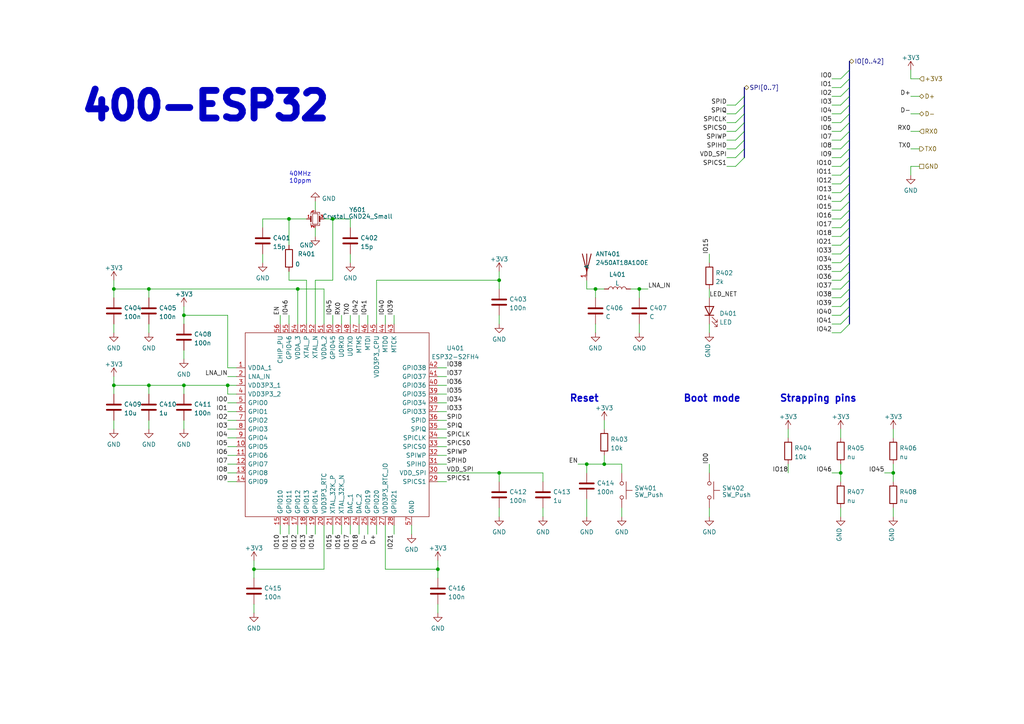
<source format=kicad_sch>
(kicad_sch (version 20230121) (generator eeschema)
  (paper "A4")
  (title_block (title "PSoM - ESP S3") (date "2023-04-17") (rev "HW00") (company "PumaCorp") (comment 1 "Design by: NdG"))
  (lib_symbols
    (symbol "Component lib:2450AT18A100E" (pin_names (offset 0.762))
      (property "Reference" "ANT" (at 6.35 10.16 0))
      (property "Value" "2450AT18A100E" (at 6.35 7.62 0))
      (symbol "2450AT18A100E_0_1"
        (polyline (pts (xy 0 7.62) (xy 0 1.27)) (stroke (width 0.254)))
        (polyline (pts (xy 1.27 7.62) (xy 0 2.54) (xy -1.27 7.62)) (stroke (width 0.254)))
      )
      (symbol "2450AT18A100E_1_1"
        (pin input line (at 0 0 90) (length 2.54) (name "A") (number "1"))
      )
    )
    (symbol "Component lib:C" (pin_numbers hide) (pin_names (offset 0.254))
      (property "Reference" "C" (at 0.635 -1.27 0))
      (property "Value" "C" (at 0.635 -6.35 0))
      (symbol "C_0_1"
        (polyline (pts (xy -2.032 -4.572) (xy 2.032 -4.572)) (stroke (width 0.508)))
        (polyline (pts (xy -2.032 -3.048) (xy 2.032 -3.048)) (stroke (width 0.508)))
      )
      (symbol "C_1_1"
        (pin passive line (at 0 0 270) (length 2.794) (name "~") (number "1"))
        (pin passive line (at 0 -7.62 90) (length 2.794) (name "~") (number "2"))
      )
    )
    (symbol "Component lib:L" (pin_numbers hide) (pin_names (offset 1.016) hide)
      (property "Reference" "L" (at 3.81 -1.27 0))
      (property "Value" "L" (at 3.81 1.905 0))
      (symbol "L_0_1"
        (arc (start 2.54 0) (mid 1.905 0.6323) (end 1.27 0))
        (arc (start 3.81 0) (mid 3.175 0.6323) (end 2.54 0))
        (arc (start 5.08 0) (mid 4.445 0.6323) (end 3.81 0))
        (arc (start 6.35 0) (mid 5.715 0.6323) (end 5.08 0))
      )
      (symbol "L_1_1"
        (pin passive line (at 0 0 0) (length 1.27) (name "1") (number "1"))
        (pin passive line (at 7.62 0 180) (length 1.27) (name "2") (number "2"))
      )
    )
    (symbol "Component lib:LED" (pin_numbers hide) (pin_names (offset 1.016) hide)
      (property "Reference" "D" (at 3.81 2.54 0))
      (property "Value" "LED" (at 3.81 -2.54 0))
      (symbol "LED_0_1"
        (polyline (pts (xy 2.54 -1.27) (xy 2.54 1.27)) (stroke (width 0.254)))
        (polyline (pts (xy 2.54 0) (xy 5.08 0)))
        (polyline (pts (xy 5.08 -1.27) (xy 5.08 1.27) (xy 2.54 0) (xy 5.08 -1.27)) (stroke (width 0.254)))
        (polyline (pts (xy 0.762 -0.762) (xy -0.762 -2.286) (xy 0 -2.286) (xy -0.762 -2.286) (xy -0.762 -1.524)))
        (polyline (pts (xy 2.032 -0.762) (xy 0.508 -2.286) (xy 1.27 -2.286) (xy 0.508 -2.286) (xy 0.508 -1.524)))
      )
      (symbol "LED_1_1"
        (pin passive line (at 0 0 0) (length 2.54) (name "K") (number "1"))
        (pin passive line (at 7.62 0 180) (length 2.54) (name "A") (number "2"))
      )
    )
    (symbol "Component lib:R" (pin_numbers hide) (pin_names (offset 0))
      (property "Reference" "R" (at 2.032 -3.81 90))
      (property "Value" "R" (at 0 -3.81 90))
      (symbol "R_0_1"
        (rectangle (start -1.016 -6.35) (end 1.016 -1.27) (stroke (width 0.254)))
      )
      (symbol "R_1_1"
        (pin passive line (at 0 0 270) (length 1.27) (name "~") (number "1"))
        (pin passive line (at 0 -7.62 90) (length 1.27) (name "~") (number "2"))
      )
    )
    (symbol "Component_lib:ESP32-S2FH4" (pin_names (offset 0.762))
      (property "Reference" "U" (at 22.86 -12.7 0))
      (property "Value" "ESP32-S2FH4" (at 22.86 -15.24 0))
      (symbol "ESP32-S2FH4_0_0"
        (pin passive line (at 0 0 0) (length 2.54) (name "VDDA_1") (number "1"))
        (pin passive line (at 0 -22.86 0) (length 2.54) (name "GPIO5") (number "10"))
        (pin passive line (at 0 -25.4 0) (length 2.54) (name "GPIO6") (number "11"))
        (pin passive line (at 0 -27.94 0) (length 2.54) (name "GPIO7") (number "12"))
        (pin passive line (at 0 -30.48 0) (length 2.54) (name "GPIO8") (number "13"))
        (pin passive line (at 0 -33.02 0) (length 2.54) (name "GPIO9") (number "14"))
        (pin passive line (at 12.7 -45.72 90) (length 2.54) (name "GPIO10") (number "15"))
        (pin passive line (at 15.24 -45.72 90) (length 2.54) (name "GPIO11") (number "16"))
        (pin passive line (at 17.78 -45.72 90) (length 2.54) (name "GPIO12") (number "17"))
        (pin passive line (at 20.32 -45.72 90) (length 2.54) (name "GPIO13") (number "18"))
        (pin passive line (at 22.86 -45.72 90) (length 2.54) (name "GPIO14") (number "19"))
        (pin passive line (at 0 -2.54 0) (length 2.54) (name "LNA_IN") (number "2"))
        (pin passive line (at 25.4 -45.72 90) (length 2.54) (name "VDD3P3_RTC") (number "20"))
        (pin passive line (at 27.94 -45.72 90) (length 2.54) (name "XTAL_32K_P") (number "21"))
        (pin passive line (at 30.48 -45.72 90) (length 2.54) (name "XTAL_32K_N") (number "22"))
        (pin passive line (at 33.02 -45.72 90) (length 2.54) (name "DAC_1") (number "23"))
        (pin passive line (at 35.56 -45.72 90) (length 2.54) (name "DAC_2") (number "24"))
        (pin passive line (at 38.1 -45.72 90) (length 2.54) (name "GPIO19") (number "25"))
        (pin passive line (at 40.64 -45.72 90) (length 2.54) (name "GPIO20") (number "26"))
        (pin passive line (at 43.18 -45.72 90) (length 2.54) (name "VDD3P3_RTC_IO") (number "27"))
        (pin passive line (at 45.72 -45.72 90) (length 2.54) (name "GPIO21") (number "28"))
        (pin passive line (at 58.42 -33.02 180) (length 2.54) (name "SPICS1") (number "29"))
        (pin passive line (at 0 -5.08 0) (length 2.54) (name "VDD3P3_1") (number "3"))
        (pin passive line (at 58.42 -30.48 180) (length 2.54) (name "VDD_SPI") (number "30"))
        (pin passive line (at 58.42 -27.94 180) (length 2.54) (name "SPIHD") (number "31"))
        (pin passive line (at 58.42 -25.4 180) (length 2.54) (name "SPIWP") (number "32"))
        (pin passive line (at 58.42 -22.86 180) (length 2.54) (name "SPICS0") (number "33"))
        (pin passive line (at 58.42 -20.32 180) (length 2.54) (name "SPICLK") (number "34"))
        (pin passive line (at 58.42 -17.78 180) (length 2.54) (name "SPIQ") (number "35"))
        (pin passive line (at 58.42 -15.24 180) (length 2.54) (name "SPID") (number "36"))
        (pin passive line (at 58.42 -12.7 180) (length 2.54) (name "GPIO33") (number "37"))
        (pin passive line (at 58.42 -10.16 180) (length 2.54) (name "GPIO34") (number "38"))
        (pin passive line (at 58.42 -7.62 180) (length 2.54) (name "GPIO35") (number "39"))
        (pin passive line (at 0 -7.62 0) (length 2.54) (name "VDD3P3_2") (number "4"))
        (pin passive line (at 58.42 -5.08 180) (length 2.54) (name "GPIO36") (number "40"))
        (pin passive line (at 58.42 -2.54 180) (length 2.54) (name "GPIO37") (number "41"))
        (pin passive line (at 58.42 0 180) (length 2.54) (name "GPIO38") (number "42"))
        (pin passive line (at 45.72 12.7 270) (length 2.54) (name "MTCK") (number "43"))
        (pin passive line (at 43.18 12.7 270) (length 2.54) (name "MTD0") (number "44"))
        (pin passive line (at 40.64 12.7 270) (length 2.54) (name "VDD3P3_CPU") (number "45"))
        (pin passive line (at 38.1 12.7 270) (length 2.54) (name "MTDI") (number "46"))
        (pin passive line (at 35.56 12.7 270) (length 2.54) (name "MTMS") (number "47"))
        (pin passive line (at 33.02 12.7 270) (length 2.54) (name "U0TXD") (number "48"))
        (pin passive line (at 30.48 12.7 270) (length 2.54) (name "U0RXD") (number "49"))
        (pin passive line (at 0 -10.16 0) (length 2.54) (name "GPIO0") (number "5"))
        (pin passive line (at 27.94 12.7 270) (length 2.54) (name "GPIO45") (number "50"))
        (pin passive line (at 25.4 12.7 270) (length 2.54) (name "VDDA_2") (number "51"))
        (pin passive line (at 22.86 12.7 270) (length 2.54) (name "XTAL_N") (number "52"))
        (pin passive line (at 20.32 12.7 270) (length 2.54) (name "XTAL_P") (number "53"))
        (pin passive line (at 17.78 12.7 270) (length 2.54) (name "VDDA_3") (number "54"))
        (pin passive line (at 15.24 12.7 270) (length 2.54) (name "GPIO46") (number "55"))
        (pin passive line (at 12.7 12.7 270) (length 2.54) (name "CHIP_PU") (number "56"))
        (pin passive line (at 50.8 -45.72 90) (length 2.54) (name "GND") (number "57"))
        (pin passive line (at 0 -12.7 0) (length 2.54) (name "GPIO1") (number "6"))
        (pin passive line (at 0 -15.24 0) (length 2.54) (name "GPIO2") (number "7"))
        (pin passive line (at 0 -17.78 0) (length 2.54) (name "GPIO3") (number "8"))
        (pin passive line (at 0 -20.32 0) (length 2.54) (name "GPIO4") (number "9"))
      )
      (symbol "ESP32-S2FH4_0_1"
        (polyline (pts (xy 2.54 10.16) (xy 55.88 10.16) (xy 55.88 -43.18) (xy 2.54 -43.18) (xy 2.54 10.16)) (stroke (width 0.1524)))
      )
    )
    (symbol "Device:Crystal_GND24_Small" (pin_names (offset 1.016) hide)
      (property "Reference" "Y" (at 1.27 4.445 0))
      (property "Value" "Crystal_GND24_Small" (at 1.27 2.54 0))
      (symbol "Crystal_GND24_Small_0_1"
        (rectangle (start -0.762 -1.524) (end 0.762 1.524))
        (polyline (pts (xy -1.27 -0.762) (xy -1.27 0.762)) (stroke (width 0.381)))
        (polyline (pts (xy 1.27 -0.762) (xy 1.27 0.762)) (stroke (width 0.381)))
        (polyline (pts (xy -1.27 -1.27) (xy -1.27 -1.905) (xy 1.27 -1.905) (xy 1.27 -1.27)))
        (polyline (pts (xy -1.27 1.27) (xy -1.27 1.905) (xy 1.27 1.905) (xy 1.27 1.27)))
      )
      (symbol "Crystal_GND24_Small_1_1"
        (pin passive line (at -2.54 0 0) (length 1.27) (name "1") (number "1"))
        (pin passive line (at 0 -2.54 90) (length 0.635) (name "2") (number "2"))
        (pin passive line (at 2.54 0 180) (length 1.27) (name "3") (number "3"))
        (pin passive line (at 0 2.54 270) (length 0.635) (name "4") (number "4"))
      )
    )
    (symbol "Switch:SW_Push" (pin_numbers hide) (pin_names (offset 1.016) hide)
      (property "Reference" "SW" (at 1.27 2.54 0))
      (property "Value" "SW_Push" (at 0 -1.524 0))
      (symbol "SW_Push_0_1"
        (circle (center -2.032 0) (radius 0.508))
        (polyline (pts (xy 0 1.27) (xy 0 3.048)))
        (polyline (pts (xy 2.54 1.27) (xy -2.54 1.27)))
        (circle (center 2.032 0) (radius 0.508))
        (pin passive line (at -5.08 0 0) (length 2.54) (name "1") (number "1"))
        (pin passive line (at 5.08 0 180) (length 2.54) (name "2") (number "2"))
      )
    )
    (symbol "power:+3V3" (power) (pin_names (offset 0))
      (property "Value" "+3V3" (at 0 3.556 0))
      (symbol "+3V3_0_1"
        (polyline (pts (xy -0.762 1.27) (xy 0 2.54)))
        (polyline (pts (xy 0 0) (xy 0 2.54)))
        (polyline (pts (xy 0 2.54) (xy 0.762 1.27)))
      )
      (symbol "+3V3_1_1"
        (pin power_in line (at 0 0 90) (length 0) hide (name "+3V3") (number "1"))
      )
    )
    (symbol "power:GND" (power) (pin_names (offset 0))
      (property "Value" "GND" (at 0 -3.81 0))
      (symbol "GND_0_1"
        (polyline (pts (xy 0 0) (xy 0 -1.27) (xy 1.27 -1.27) (xy 0 -2.54) (xy -1.27 -1.27) (xy 0 -1.27)))
      )
      (symbol "GND_1_1"
        (pin power_in line (at 0 0 270) (length 0) hide (name "GND") (number "1"))
      )
    )
  )
  (junction (at 43.18 83.82))
  (junction (at 53.34 91.44))
  (junction (at 170.18 134.62))
  (junction (at 127 165.1))
  (junction (at 33.02 83.82))
  (junction (at 175.26 134.62))
  (junction (at 96.52 63.5))
  (junction (at 66.04 111.76))
  (junction (at 33.02 111.76))
  (junction (at 185.42 83.82))
  (junction (at 86.36 83.82))
  (junction (at 172.72 83.82))
  (junction (at 83.82 63.5))
  (junction (at 259.08 137.16))
  (junction (at 243.84 137.16))
  (junction (at 43.18 111.76))
  (junction (at 53.34 111.76))
  (junction (at 144.78 81.28))
  (junction (at 144.78 137.16))
  (junction (at 73.66 165.1))
  (bus_entry (at 243.84 86.36) (size 2.54 -2.54))
  (bus_entry (at 243.84 40.64) (size 2.54 -2.54))
  (bus_entry (at 243.84 55.88) (size 2.54 -2.54))
  (bus_entry (at 243.84 68.58) (size 2.54 -2.54))
  (bus_entry (at 213.36 43.18) (size 2.54 -2.54))
  (bus_entry (at 243.84 71.12) (size 2.54 -2.54))
  (bus_entry (at 213.36 48.26) (size 2.54 -2.54))
  (bus_entry (at 243.84 27.94) (size 2.54 -2.54))
  (bus_entry (at 243.84 88.9) (size 2.54 -2.54))
  (bus_entry (at 243.84 53.34) (size 2.54 -2.54))
  (bus_entry (at 243.84 93.98) (size 2.54 -2.54))
  (bus_entry (at 243.84 30.48) (size 2.54 -2.54))
  (bus_entry (at 243.84 33.02) (size 2.54 -2.54))
  (bus_entry (at 243.84 50.8) (size 2.54 -2.54))
  (bus_entry (at 243.84 38.1) (size 2.54 -2.54))
  (bus_entry (at 213.36 45.72) (size 2.54 -2.54))
  (bus_entry (at 243.84 78.74) (size 2.54 -2.54))
  (bus_entry (at 243.84 91.44) (size 2.54 -2.54))
  (bus_entry (at 243.84 35.56) (size 2.54 -2.54))
  (bus_entry (at 213.36 35.56) (size 2.54 -2.54))
  (bus_entry (at 243.84 60.96) (size 2.54 -2.54))
  (bus_entry (at 213.36 38.1) (size 2.54 -2.54))
  (bus_entry (at 243.84 45.72) (size 2.54 -2.54))
  (bus_entry (at 243.84 66.04) (size 2.54 -2.54))
  (bus_entry (at 213.36 40.64) (size 2.54 -2.54))
  (bus_entry (at 243.84 48.26) (size 2.54 -2.54))
  (bus_entry (at 243.84 43.18) (size 2.54 -2.54))
  (bus_entry (at 243.84 25.4) (size 2.54 -2.54))
  (bus_entry (at 243.84 96.52) (size 2.54 -2.54))
  (bus_entry (at 243.84 63.5) (size 2.54 -2.54))
  (bus_entry (at 243.84 83.82) (size 2.54 -2.54))
  (bus_entry (at 243.84 22.86) (size 2.54 -2.54))
  (bus_entry (at 213.36 30.48) (size 2.54 -2.54))
  (bus_entry (at 243.84 76.2) (size 2.54 -2.54))
  (bus_entry (at 243.84 81.28) (size 2.54 -2.54))
  (bus_entry (at 243.84 58.42) (size 2.54 -2.54))
  (bus_entry (at 243.84 73.66) (size 2.54 -2.54))
  (bus_entry (at 213.36 33.02) (size 2.54 -2.54))
  (wire (pts (xy 53.34 101.6) (xy 53.34 104.14)))
  (wire (pts (xy 66.04 129.54) (xy 68.58 129.54)))
  (bus (pts (xy 246.38 50.8) (xy 246.38 53.34)))
  (bus (pts (xy 246.38 27.94) (xy 246.38 30.48)))
  (wire (pts (xy 127 165.1) (xy 127 167.64)))
  (wire (pts (xy 101.6 73.66) (xy 101.6 76.2)))
  (wire (pts (xy 144.78 137.16) (xy 157.48 137.16)))
  (bus (pts (xy 246.38 63.5) (xy 246.38 66.04)))
  (wire (pts (xy 127 162.56) (xy 127 165.1)))
  (wire (pts (xy 170.18 144.78) (xy 170.18 149.86)))
  (wire (pts (xy 66.04 121.92) (xy 68.58 121.92)))
  (wire (pts (xy 106.68 91.44) (xy 106.68 93.98)))
  (wire (pts (xy 66.04 111.76) (xy 68.58 111.76)))
  (wire (pts (xy 264.16 22.86) (xy 266.7 22.86)))
  (wire (pts (xy 241.3 27.94) (xy 243.84 27.94)))
  (bus (pts (xy 246.38 43.18) (xy 246.38 45.72)))
  (wire (pts (xy 264.16 38.1) (xy 266.7 38.1)))
  (wire (pts (xy 53.34 114.3) (xy 53.34 111.76)))
  (wire (pts (xy 83.82 71.12) (xy 83.82 63.5)))
  (wire (pts (xy 241.3 96.52) (xy 243.84 96.52)))
  (bus (pts (xy 246.38 40.64) (xy 246.38 43.18)))
  (wire (pts (xy 109.22 152.4) (xy 109.22 154.94)))
  (wire (pts (xy 243.84 134.62) (xy 243.84 137.16)))
  (wire (pts (xy 114.3 91.44) (xy 114.3 93.98)))
  (wire (pts (xy 111.76 91.44) (xy 111.76 93.98)))
  (wire (pts (xy 241.3 30.48) (xy 243.84 30.48)))
  (wire (pts (xy 264.16 20.32) (xy 264.16 22.86)))
  (bus (pts (xy 246.38 88.9) (xy 246.38 91.44)))
  (wire (pts (xy 185.42 93.98) (xy 185.42 96.52)))
  (wire (pts (xy 53.34 88.9) (xy 53.34 91.44)))
  (wire (pts (xy 241.3 48.26) (xy 243.84 48.26)))
  (wire (pts (xy 96.52 91.44) (xy 96.52 93.98)))
  (wire (pts (xy 43.18 83.82) (xy 43.18 86.36)))
  (wire (pts (xy 66.04 127) (xy 68.58 127)))
  (bus (pts (xy 246.38 78.74) (xy 246.38 81.28)))
  (wire (pts (xy 33.02 81.28) (xy 33.02 83.82)))
  (wire (pts (xy 88.9 152.4) (xy 88.9 154.94)))
  (wire (pts (xy 93.98 83.82) (xy 86.36 83.82)))
  (wire (pts (xy 76.2 66.04) (xy 76.2 63.5)))
  (wire (pts (xy 157.48 147.32) (xy 157.48 149.86)))
  (wire (pts (xy 129.54 119.38) (xy 127 119.38)))
  (wire (pts (xy 170.18 81.28) (xy 170.18 83.82)))
  (wire (pts (xy 99.06 91.44) (xy 99.06 93.98)))
  (wire (pts (xy 127 127) (xy 129.54 127)))
  (wire (pts (xy 157.48 137.16) (xy 157.48 139.7)))
  (wire (pts (xy 76.2 73.66) (xy 76.2 76.2)))
  (wire (pts (xy 210.82 45.72) (xy 213.36 45.72)))
  (wire (pts (xy 241.3 40.64) (xy 243.84 40.64)))
  (wire (pts (xy 241.3 58.42) (xy 243.84 58.42)))
  (wire (pts (xy 241.3 93.98) (xy 243.84 93.98)))
  (wire (pts (xy 228.6 124.46) (xy 228.6 127)))
  (wire (pts (xy 33.02 121.92) (xy 33.02 124.46)))
  (wire (pts (xy 83.82 63.5) (xy 88.9 63.5)))
  (wire (pts (xy 96.52 152.4) (xy 96.52 154.94)))
  (wire (pts (xy 83.82 81.28) (xy 88.9 81.28)))
  (bus (pts (xy 246.38 86.36) (xy 246.38 88.9)))
  (wire (pts (xy 243.84 137.16) (xy 243.84 139.7)))
  (wire (pts (xy 264.16 27.94) (xy 266.7 27.94)))
  (wire (pts (xy 241.3 43.18) (xy 243.84 43.18)))
  (wire (pts (xy 127 137.16) (xy 144.78 137.16)))
  (wire (pts (xy 81.28 91.44) (xy 81.28 93.98)))
  (bus (pts (xy 246.38 20.32) (xy 246.38 22.86)))
  (wire (pts (xy 180.34 147.32) (xy 180.34 149.86)))
  (wire (pts (xy 170.18 83.82) (xy 172.72 83.82)))
  (bus (pts (xy 246.38 66.04) (xy 246.38 68.58)))
  (wire (pts (xy 241.3 137.16) (xy 243.84 137.16)))
  (wire (pts (xy 210.82 38.1) (xy 213.36 38.1)))
  (wire (pts (xy 205.74 73.66) (xy 205.74 76.2)))
  (bus (pts (xy 246.38 68.58) (xy 246.38 71.12)))
  (wire (pts (xy 241.3 35.56) (xy 243.84 35.56)))
  (wire (pts (xy 172.72 93.98) (xy 172.72 96.52)))
  (wire (pts (xy 93.98 63.5) (xy 96.52 63.5)))
  (wire (pts (xy 185.42 83.82) (xy 185.42 86.36)))
  (wire (pts (xy 144.78 78.74) (xy 144.78 81.28)))
  (bus (pts (xy 215.9 35.56) (xy 215.9 38.1)))
  (wire (pts (xy 109.22 81.28) (xy 144.78 81.28)))
  (wire (pts (xy 127 121.92) (xy 129.54 121.92)))
  (bus (pts (xy 215.9 25.4) (xy 215.9 27.94)))
  (bus (pts (xy 246.38 38.1) (xy 246.38 40.64)))
  (wire (pts (xy 73.66 175.26) (xy 73.66 177.8)))
  (wire (pts (xy 185.42 83.82) (xy 187.96 83.82)))
  (bus (pts (xy 246.38 35.56) (xy 246.38 38.1)))
  (bus (pts (xy 215.9 43.18) (xy 215.9 45.72)))
  (wire (pts (xy 259.08 147.32) (xy 259.08 149.86)))
  (bus (pts (xy 246.38 45.72) (xy 246.38 48.26)))
  (wire (pts (xy 127 134.62) (xy 129.54 134.62)))
  (wire (pts (xy 88.9 81.28) (xy 88.9 93.98)))
  (wire (pts (xy 241.3 45.72) (xy 243.84 45.72)))
  (wire (pts (xy 241.3 91.44) (xy 243.84 91.44)))
  (wire (pts (xy 144.78 81.28) (xy 144.78 83.82)))
  (wire (pts (xy 101.6 63.5) (xy 96.52 63.5)))
  (wire (pts (xy 86.36 152.4) (xy 86.36 154.94)))
  (wire (pts (xy 91.44 152.4) (xy 91.44 154.94)))
  (wire (pts (xy 111.76 165.1) (xy 127 165.1)))
  (wire (pts (xy 241.3 68.58) (xy 243.84 68.58)))
  (wire (pts (xy 33.02 83.82) (xy 43.18 83.82)))
  (bus (pts (xy 246.38 17.78) (xy 246.38 20.32)))
  (wire (pts (xy 243.84 76.2) (xy 241.3 76.2)))
  (wire (pts (xy 81.28 152.4) (xy 81.28 154.94)))
  (wire (pts (xy 228.6 134.62) (xy 228.6 137.16)))
  (bus (pts (xy 246.38 25.4) (xy 246.38 27.94)))
  (wire (pts (xy 241.3 38.1) (xy 243.84 38.1)))
  (bus (pts (xy 246.38 53.34) (xy 246.38 55.88)))
  (wire (pts (xy 127 116.84) (xy 129.54 116.84)))
  (wire (pts (xy 111.76 152.4) (xy 111.76 165.1)))
  (wire (pts (xy 127 111.76) (xy 129.54 111.76)))
  (wire (pts (xy 175.26 121.92) (xy 175.26 124.46)))
  (bus (pts (xy 215.9 40.64) (xy 215.9 43.18)))
  (wire (pts (xy 210.82 30.48) (xy 213.36 30.48)))
  (wire (pts (xy 172.72 83.82) (xy 175.26 83.82)))
  (wire (pts (xy 53.34 93.98) (xy 53.34 91.44)))
  (wire (pts (xy 241.3 66.04) (xy 243.84 66.04)))
  (wire (pts (xy 104.14 91.44) (xy 104.14 93.98)))
  (wire (pts (xy 73.66 162.56) (xy 73.66 165.1)))
  (wire (pts (xy 241.3 25.4) (xy 243.84 25.4)))
  (wire (pts (xy 96.52 81.28) (xy 91.44 81.28)))
  (wire (pts (xy 33.02 114.3) (xy 33.02 111.76)))
  (wire (pts (xy 264.16 48.26) (xy 266.7 48.26)))
  (wire (pts (xy 99.06 152.4) (xy 99.06 154.94)))
  (wire (pts (xy 259.08 137.16) (xy 259.08 139.7)))
  (wire (pts (xy 66.04 109.22) (xy 68.58 109.22)))
  (wire (pts (xy 243.84 81.28) (xy 241.3 81.28)))
  (wire (pts (xy 73.66 165.1) (xy 93.98 165.1)))
  (wire (pts (xy 210.82 35.56) (xy 213.36 35.56)))
  (wire (pts (xy 43.18 83.82) (xy 86.36 83.82)))
  (bus (pts (xy 246.38 83.82) (xy 246.38 86.36)))
  (wire (pts (xy 66.04 124.46) (xy 68.58 124.46)))
  (wire (pts (xy 66.04 137.16) (xy 68.58 137.16)))
  (wire (pts (xy 243.84 78.74) (xy 241.3 78.74)))
  (bus (pts (xy 246.38 91.44) (xy 246.38 93.98)))
  (wire (pts (xy 93.98 93.98) (xy 93.98 83.82)))
  (wire (pts (xy 259.08 134.62) (xy 259.08 137.16)))
  (wire (pts (xy 66.04 91.44) (xy 66.04 106.68)))
  (wire (pts (xy 43.18 121.92) (xy 43.18 124.46)))
  (bus (pts (xy 246.38 33.02) (xy 246.38 35.56)))
  (wire (pts (xy 205.74 134.62) (xy 205.74 137.16)))
  (wire (pts (xy 33.02 111.76) (xy 43.18 111.76)))
  (wire (pts (xy 119.38 152.4) (xy 119.38 154.94)))
  (wire (pts (xy 68.58 114.3) (xy 66.04 114.3)))
  (wire (pts (xy 210.82 40.64) (xy 213.36 40.64)))
  (wire (pts (xy 241.3 50.8) (xy 243.84 50.8)))
  (wire (pts (xy 172.72 86.36) (xy 172.72 83.82)))
  (wire (pts (xy 101.6 66.04) (xy 101.6 63.5)))
  (wire (pts (xy 259.08 124.46) (xy 259.08 127)))
  (wire (pts (xy 170.18 134.62) (xy 175.26 134.62)))
  (wire (pts (xy 127 129.54) (xy 129.54 129.54)))
  (wire (pts (xy 91.44 81.28) (xy 91.44 93.98)))
  (wire (pts (xy 144.78 137.16) (xy 144.78 139.7)))
  (wire (pts (xy 53.34 111.76) (xy 66.04 111.76)))
  (wire (pts (xy 43.18 114.3) (xy 43.18 111.76)))
  (wire (pts (xy 83.82 81.28) (xy 83.82 78.74)))
  (wire (pts (xy 264.16 33.02) (xy 266.7 33.02)))
  (wire (pts (xy 243.84 147.32) (xy 243.84 149.86)))
  (wire (pts (xy 127 124.46) (xy 129.54 124.46)))
  (wire (pts (xy 241.3 73.66) (xy 243.84 73.66)))
  (wire (pts (xy 66.04 119.38) (xy 68.58 119.38)))
  (wire (pts (xy 53.34 121.92) (xy 53.34 124.46)))
  (wire (pts (xy 241.3 22.86) (xy 243.84 22.86)))
  (wire (pts (xy 127 109.22) (xy 129.54 109.22)))
  (wire (pts (xy 182.88 83.82) (xy 185.42 83.82)))
  (wire (pts (xy 264.16 50.8) (xy 264.16 48.26)))
  (wire (pts (xy 241.3 55.88) (xy 243.84 55.88)))
  (wire (pts (xy 66.04 106.68) (xy 68.58 106.68)))
  (wire (pts (xy 144.78 147.32) (xy 144.78 149.86)))
  (wire (pts (xy 127 132.08) (xy 129.54 132.08)))
  (wire (pts (xy 86.36 83.82) (xy 86.36 93.98)))
  (wire (pts (xy 114.3 152.4) (xy 114.3 154.94)))
  (bus (pts (xy 246.38 60.96) (xy 246.38 63.5)))
  (wire (pts (xy 83.82 91.44) (xy 83.82 93.98)))
  (bus (pts (xy 215.9 33.02) (xy 215.9 35.56)))
  (wire (pts (xy 175.26 134.62) (xy 180.34 134.62)))
  (wire (pts (xy 210.82 48.26) (xy 213.36 48.26)))
  (wire (pts (xy 91.44 58.42) (xy 91.44 60.96)))
  (wire (pts (xy 93.98 165.1) (xy 93.98 152.4)))
  (wire (pts (xy 210.82 33.02) (xy 213.36 33.02)))
  (wire (pts (xy 127 139.7) (xy 129.54 139.7)))
  (wire (pts (xy 256.54 137.16) (xy 259.08 137.16)))
  (bus (pts (xy 215.9 27.94) (xy 215.9 30.48)))
  (wire (pts (xy 243.84 86.36) (xy 241.3 86.36)))
  (wire (pts (xy 241.3 60.96) (xy 243.84 60.96)))
  (wire (pts (xy 66.04 134.62) (xy 68.58 134.62)))
  (wire (pts (xy 241.3 53.34) (xy 243.84 53.34)))
  (wire (pts (xy 66.04 139.7) (xy 68.58 139.7)))
  (bus (pts (xy 215.9 38.1) (xy 215.9 40.64)))
  (bus (pts (xy 215.9 30.48) (xy 215.9 33.02)))
  (wire (pts (xy 33.02 93.98) (xy 33.02 96.52)))
  (wire (pts (xy 243.84 83.82) (xy 241.3 83.82)))
  (wire (pts (xy 53.34 91.44) (xy 66.04 91.44)))
  (wire (pts (xy 106.68 152.4) (xy 106.68 154.94)))
  (wire (pts (xy 96.52 63.5) (xy 96.52 81.28)))
  (wire (pts (xy 43.18 93.98) (xy 43.18 96.52)))
  (wire (pts (xy 241.3 71.12) (xy 243.84 71.12)))
  (wire (pts (xy 101.6 91.44) (xy 101.6 93.98)))
  (bus (pts (xy 246.38 48.26) (xy 246.38 50.8)))
  (wire (pts (xy 33.02 86.36) (xy 33.02 83.82)))
  (wire (pts (xy 175.26 132.08) (xy 175.26 134.62)))
  (wire (pts (xy 83.82 152.4) (xy 83.82 154.94)))
  (wire (pts (xy 205.74 147.32) (xy 205.74 149.86)))
  (bus (pts (xy 246.38 76.2) (xy 246.38 78.74)))
  (wire (pts (xy 241.3 63.5) (xy 243.84 63.5)))
  (wire (pts (xy 210.82 43.18) (xy 213.36 43.18)))
  (wire (pts (xy 91.44 66.04) (xy 91.44 68.58)))
  (wire (pts (xy 243.84 124.46) (xy 243.84 127)))
  (wire (pts (xy 205.74 83.82) (xy 205.74 86.36)))
  (bus (pts (xy 246.38 81.28) (xy 246.38 83.82)))
  (wire (pts (xy 144.78 91.44) (xy 144.78 93.98)))
  (wire (pts (xy 170.18 134.62) (xy 170.18 137.16)))
  (wire (pts (xy 127 106.68) (xy 129.54 106.68)))
  (wire (pts (xy 127 175.26) (xy 127 177.8)))
  (wire (pts (xy 264.16 43.18) (xy 266.7 43.18)))
  (wire (pts (xy 76.2 63.5) (xy 83.82 63.5)))
  (wire (pts (xy 109.22 81.28) (xy 109.22 93.98)))
  (bus (pts (xy 246.38 30.48) (xy 246.38 33.02)))
  (wire (pts (xy 66.04 132.08) (xy 68.58 132.08)))
  (wire (pts (xy 167.64 134.62) (xy 170.18 134.62)))
  (wire (pts (xy 101.6 152.4) (xy 101.6 154.94)))
  (wire (pts (xy 127 114.3) (xy 129.54 114.3)))
  (wire (pts (xy 205.74 93.98) (xy 205.74 96.52)))
  (bus (pts (xy 246.38 22.86) (xy 246.38 25.4)))
  (wire (pts (xy 66.04 114.3) (xy 66.04 111.76)))
  (wire (pts (xy 66.04 116.84) (xy 68.58 116.84)))
  (bus (pts (xy 246.38 71.12) (xy 246.38 73.66)))
  (wire (pts (xy 43.18 111.76) (xy 53.34 111.76)))
  (wire (pts (xy 241.3 88.9) (xy 243.84 88.9)))
  (bus (pts (xy 246.38 58.42) (xy 246.38 60.96)))
  (bus (pts (xy 246.38 55.88) (xy 246.38 58.42)))
  (wire (pts (xy 180.34 134.62) (xy 180.34 137.16)))
  (wire (pts (xy 33.02 109.22) (xy 33.02 111.76)))
  (wire (pts (xy 241.3 33.02) (xy 243.84 33.02)))
  (wire (pts (xy 73.66 165.1) (xy 73.66 167.64)))
  (bus (pts (xy 246.38 73.66) (xy 246.38 76.2)))
  (wire (pts (xy 104.14 152.4) (xy 104.14 154.94)))
  (text "Boot mode\n" (at 198.12 116.84 0) (effects (font (size 2 2) (thickness 0.4) bold) (justify left bottom)))
  (text "Reset\n" (at 165.1 116.84 0) (effects (font (size 2 2) (thickness 0.4) bold) (justify left bottom)))
  (text "40MHz \n10ppm" (at 83.82 53.34 0) (effects (font (size 1.27 1.27)) (justify left bottom)))
  (text "400-ESP32" (at 22.86 35.56 0) (effects (font (size 8 8) (thickness 3) bold) (justify left bottom)))
  (text "Strapping pins" (at 226.06 116.84 0) (effects (font (size 2 2) (thickness 0.4) bold) (justify left bottom)))
  (label "D-" (at 106.68 154.94 270))
  (label "SPICLK" (at 129.54 127 0))
  (label "IO45" (at 256.54 137.16 180))
  (label "IO3" (at 241.3 30.48 180))
  (label "RX0" (at 99.06 91.44 90))
  (label "IO35" (at 129.54 114.3 0))
  (label "IO15" (at 241.3 60.96 180))
  (label "IO12" (at 86.36 154.94 270))
  (label "TX0" (at 101.6 91.44 90))
  (label "IO38" (at 241.3 86.36 180))
  (label "IO17" (at 101.6 154.94 270))
  (label "IO0" (at 66.04 116.84 180))
  (label "IO37" (at 241.3 83.82 180))
  (label "VDD_SPI" (at 129.54 137.16 0))
  (label "IO39" (at 241.3 88.9 180))
  (label "IO42" (at 241.3 96.52 180))
  (label "IO6" (at 241.3 38.1 180))
  (label "IO9" (at 66.04 139.7 180))
  (label "IO7" (at 241.3 40.64 180))
  (label "SPICLK" (at 210.82 35.56 180))
  (label "IO4" (at 241.3 33.02 180))
  (label "IO14" (at 241.3 58.42 180))
  (label "IO40" (at 241.3 91.44 180))
  (label "EN" (at 167.64 134.62 180))
  (label "IO18" (at 228.6 137.16 180))
  (label "IO16" (at 99.06 154.94 270))
  (label "IO46" (at 241.3 137.16 180))
  (label "TX0" (at 264.16 43.18 180))
  (label "IO8" (at 66.04 137.16 180))
  (label "IO10" (at 81.28 154.94 270))
  (label "IO40" (at 111.76 91.44 90))
  (label "SPIHD" (at 210.82 43.18 180))
  (label "IO10" (at 241.3 48.26 180))
  (label "SPIQ" (at 129.54 124.46 0))
  (label "IO14" (at 91.44 154.94 270))
  (label "IO21" (at 241.3 71.12 180))
  (label "IO33" (at 129.54 119.38 0))
  (label "IO39" (at 114.3 91.44 90))
  (label "SPICS1" (at 210.82 48.26 180))
  (label "IO18" (at 104.14 154.94 270))
  (label "IO5" (at 241.3 35.56 180))
  (label "IO36" (at 129.54 111.76 0))
  (label "IO12" (at 241.3 53.34 180))
  (label "IO0" (at 205.74 134.62 90))
  (label "IO16" (at 241.3 63.5 180))
  (label "SPIQ" (at 210.82 33.02 180))
  (label "IO41" (at 106.68 91.44 90))
  (label "SPICS1" (at 129.54 139.7 0))
  (label "IO42" (at 104.14 91.44 90))
  (label "IO2" (at 241.3 27.94 180))
  (label "LNA_IN" (at 66.04 109.22 180))
  (label "LNA_IN" (at 187.96 83.82 0))
  (label "SPICS0" (at 129.54 129.54 0))
  (label "D+" (at 109.22 154.94 270))
  (label "IO11" (at 241.3 50.8 180))
  (label "IO0" (at 241.3 22.86 180))
  (label "SPICS0" (at 210.82 38.1 180))
  (label "IO1" (at 241.3 25.4 180))
  (label "IO6" (at 66.04 132.08 180))
  (label "SPIWP" (at 129.54 132.08 0))
  (label "IO21" (at 114.3 154.94 270))
  (label "IO15" (at 205.74 73.66 90))
  (label "IO11" (at 83.82 154.94 270))
  (label "IO38" (at 129.54 106.68 0))
  (label "SPID" (at 129.54 121.92 0))
  (label "IO37" (at 129.54 109.22 0))
  (label "IO46" (at 83.82 91.44 90))
  (label "IO33" (at 241.3 73.66 180))
  (label "IO15" (at 96.52 154.94 270))
  (label "IO1" (at 66.04 119.38 180))
  (label "LED_NET" (at 205.74 86.36 0))
  (label "SPIWP" (at 210.82 40.64 180))
  (label "EN" (at 81.28 91.44 90))
  (label "IO35" (at 241.3 78.74 180))
  (label "RX0" (at 264.16 38.1 180))
  (label "VDD_SPI" (at 210.82 45.72 180))
  (label "IO8" (at 241.3 43.18 180))
  (label "IO34" (at 241.3 76.2 180))
  (label "IO2" (at 66.04 121.92 180))
  (label "IO34" (at 129.54 116.84 0))
  (label "SPID" (at 210.82 30.48 180))
  (label "SPIHD" (at 129.54 134.62 0))
  (label "IO17" (at 241.3 66.04 180))
  (label "IO5" (at 66.04 129.54 180))
  (label "IO3" (at 66.04 124.46 180))
  (label "IO7" (at 66.04 134.62 180))
  (label "IO45" (at 96.52 91.44 90))
  (label "IO9" (at 241.3 45.72 180))
  (label "IO36" (at 241.3 81.28 180))
  (label "D-" (at 264.16 33.02 180))
  (label "IO13" (at 241.3 55.88 180))
  (label "IO13" (at 88.9 154.94 270))
  (label "IO18" (at 241.3 68.58 180))
  (label "IO41" (at 241.3 93.98 180))
  (label "D+" (at 264.16 27.94 180))
  (label "IO4" (at 66.04 127 180))
  (hierarchical_label "+3V3" (shape input) (at 266.7 22.86 0))
  (hierarchical_label "IO[0..42]" (shape bidirectional) (at 246.38 17.78 0))
  (hierarchical_label "D+" (shape bidirectional) (at 266.7 27.94 0))
  (hierarchical_label "SPI[0..7]" (shape bidirectional) (at 215.9 25.4 0))
  (hierarchical_label "GND" (shape passive) (at 266.7 48.26 0))
  (hierarchical_label "D-" (shape bidirectional) (at 266.7 33.02 0))
  (hierarchical_label "TX0" (shape output) (at 266.7 43.18 0))
  (hierarchical_label "RX0" (shape input) (at 266.7 38.1 0))
  (symbol (lib_id "power:+3V3") (at 264.16 20.32 0) (unit 1)
    (property "Reference" "#PWR0401" (effects hide))
    (property "Value" "+3V3" (at 264.16 16.7442 0))
  )
  (symbol (lib_id "power:GND") (at 91.44 58.42 180) (unit 1)
    (property "Reference" "#PWR0402" (effects hide))
    (property "Value" "GND" (at 93.345 57.5838 0) (effects (justify right)))
  )
  (symbol (lib_id "power:GND") (at 185.42 96.52 0) (unit 1)
    (property "Reference" "#PWR0414" (effects hide))
    (property "Value" "GND" (at 185.42 100.9634 0))
  )
  (symbol (lib_id "power:GND") (at 127 177.8 0) (unit 1)
    (property "Reference" "#PWR0436" (effects hide))
    (property "Value" "GND" (at 127 182.2434 0))
  )
  (symbol (lib_id "power:+3V3") (at 33.02 81.28 0) (unit 1)
    (property "Reference" "#PWR0408" (effects hide))
    (property "Value" "+3V3" (at 33.02 77.7042 0))
  )
  (symbol (lib_id "power:GND") (at 33.02 124.46 0) (unit 1)
    (property "Reference" "#PWR0418" (effects hide))
    (property "Value" "GND" (at 33.02 128.9034 0))
  )
  (symbol (lib_id "power:+3V3") (at 259.08 124.46 0) (unit 1)
    (property "Reference" "#PWR0424" (effects hide))
    (property "Value" "+3V3" (at 259.08 120.8842 0))
  )
  (symbol (lib_id "Component lib:C") (at 127 167.64 0) (unit 1)
    (property "Reference" "C416" (at 129.921 170.6153 0) (effects (justify left)))
    (property "Value" "100n" (at 129.921 173.1522 0) (effects (justify left)))
    (property "Footprint" "Capacitor_SMD:C_0402_1005Metric" (effects hide))
  )
  (symbol (lib_id "power:+3V3") (at 243.84 124.46 0) (unit 1)
    (property "Reference" "#PWR0423" (effects hide))
    (property "Value" "+3V3" (at 243.84 120.8842 0))
  )
  (symbol (lib_id "Component lib:2450AT18A100E") (at 170.18 81.28 0) (unit 1)
    (property "Reference" "ANT401" (at 172.72 73.66 0) (effects (justify left)))
    (property "Value" "2450AT18A100E" (at 172.72 76.2 0) (effects (justify left)))
    (property "Footprint" "Component_lib:ANTC3216X140N" (effects hide))
    (property "Datasheet" "https://www.johansontechnology.com/datasheets/2450AT18A100/2450AT18A100.pdf" (effects hide))
    (property "Description" "Antennas 2.45GHz ANTENNA" (effects hide))
    (property "Height" "1.4" (effects hide))
    (property "Mouser Part Number" "609-2450AT18A100E" (effects hide))
    (property "Mouser Price/Stock" "https://www.mouser.co.uk/ProductDetail/Johanson-Technology/2450AT18A100E?qs=yCnrNFeXz%252BjzOYKPg7LGCw%3D%3D" (effects hide))
    (property "Manufacturer_Name" "JOHANSON TECHNOLOGY" (effects hide))
    (property "Manufacturer_Part_Number" "2450AT18A100E" (effects hide))
  )
  (symbol (lib_id "power:GND") (at 43.18 124.46 0) (unit 1)
    (property "Reference" "#PWR0419" (effects hide))
    (property "Value" "GND" (at 43.18 128.9034 0))
  )
  (symbol (lib_id "power:GND") (at 53.34 124.46 0) (unit 1)
    (property "Reference" "#PWR0420" (effects hide))
    (property "Value" "GND" (at 53.34 128.9034 0))
  )
  (symbol (lib_id "Component lib:R") (at 259.08 127 0) (unit 1)
    (property "Reference" "R406" (at 260.858 129.9753 0) (effects (justify left)))
    (property "Value" "nu" (at 260.858 132.5122 0) (effects (justify left)))
    (property "Footprint" "Resistor_SMD:R_0201_0603Metric" (effects hide))
  )
  (symbol (lib_id "power:+3V3") (at 53.34 88.9 0) (unit 1)
    (property "Reference" "#PWR0409" (effects hide))
    (property "Value" "+3V3" (at 53.34 85.3242 0))
  )
  (symbol (lib_id "power:GND") (at 73.66 177.8 0) (unit 1)
    (property "Reference" "#PWR0435" (effects hide))
    (property "Value" "GND" (at 73.66 182.2434 0))
  )
  (symbol (lib_id "power:GND") (at 170.18 149.86 0) (unit 1)
    (property "Reference" "#PWR0427" (effects hide))
    (property "Value" "GND" (at 170.18 154.3034 0))
  )
  (symbol (lib_id "power:GND") (at 144.78 93.98 0) (unit 1)
    (property "Reference" "#PWR0410" (effects hide))
    (property "Value" "GND" (at 144.78 98.4234 0))
  )
  (symbol (lib_id "Component lib:R") (at 243.84 127 0) (unit 1)
    (property "Reference" "R405" (at 245.618 129.9753 0) (effects (justify left)))
    (property "Value" "nu" (at 245.618 132.5122 0) (effects (justify left)))
    (property "Footprint" "Resistor_SMD:R_0201_0603Metric" (effects hide))
  )
  (symbol (lib_id "power:+3V3") (at 33.02 109.22 0) (unit 1)
    (property "Reference" "#PWR0417" (effects hide))
    (property "Value" "+3V3" (at 33.02 105.6442 0))
  )
  (symbol (lib_id "Component lib:C") (at 76.2 66.04 0) (unit 1)
    (property "Reference" "C401" (at 79.121 69.0153 0) (effects (justify left)))
    (property "Value" "15p" (at 79.121 71.5522 0) (effects (justify left)))
    (property "Footprint" "Capacitor_SMD:C_0201_0603Metric" (effects hide))
  )
  (symbol (lib_id "Component lib:C") (at 185.42 86.36 0) (unit 1)
    (property "Reference" "C407" (at 188.341 89.3353 0) (effects (justify left)))
    (property "Value" "C" (at 188.341 91.8722 0) (effects (justify left)))
    (property "Footprint" "Capacitor_SMD:C_0201_0603Metric" (effects hide))
  )
  (symbol (lib_id "Component lib:L") (at 175.26 83.82 0) (unit 1)
    (property "Reference" "L401" (at 179.07 79.6122 0))
    (property "Value" "L" (at 179.07 82.1491 0))
    (property "Footprint" "Inductor_SMD:L_0201_0603Metric" (effects hide))
  )
  (symbol (lib_id "power:GND") (at 33.02 96.52 0) (unit 1)
    (property "Reference" "#PWR0411" (effects hide))
    (property "Value" "GND" (at 33.02 100.9634 0))
  )
  (symbol (lib_id "Component lib:R") (at 228.6 127 0) (unit 1)
    (property "Reference" "R404" (at 230.378 129.9753 0) (effects (justify left)))
    (property "Value" "10k" (at 230.378 132.5122 0) (effects (justify left)))
    (property "Footprint" "Resistor_SMD:R_0201_0603Metric" (effects hide))
  )
  (symbol (lib_id "power:+3V3") (at 144.78 78.74 0) (unit 1)
    (property "Reference" "#PWR0407" (effects hide))
    (property "Value" "+3V3" (at 144.78 75.1642 0))
  )
  (symbol (lib_id "Component lib:C") (at 43.18 114.3 0) (unit 1)
    (property "Reference" "C410" (at 46.101 117.2753 0) (effects (justify left)))
    (property "Value" "1u" (at 46.101 119.8122 0) (effects (justify left)))
    (property "Footprint" "Capacitor_SMD:C_0402_1005Metric" (effects hide))
  )
  (symbol (lib_id "power:GND") (at 180.34 149.86 0) (unit 1)
    (property "Reference" "#PWR0428" (effects hide))
    (property "Value" "GND" (at 180.34 154.3034 0))
  )
  (symbol (lib_id "power:GND") (at 205.74 96.52 0) (unit 1)
    (property "Reference" "#PWR0415" (effects hide))
    (property "Value" "GND" (at 205.3062 99.695 90) (effects (justify right)))
  )
  (symbol (lib_id "power:GND") (at 76.2 76.2 0) (unit 1)
    (property "Reference" "#PWR0405" (effects hide))
    (property "Value" "GND" (at 76.2 80.6434 0))
  )
  (symbol (lib_id "power:GND") (at 91.44 68.58 0) (unit 1)
    (property "Reference" "#PWR0404" (effects hide))
    (property "Value" "GND" (at 88.9 71.12 0))
  )
  (symbol (lib_id "power:GND") (at 144.78 149.86 0) (unit 1)
    (property "Reference" "#PWR0425" (effects hide))
    (property "Value" "GND" (at 144.78 154.3034 0))
  )
  (symbol (lib_id "Component lib:C") (at 101.6 66.04 0) (unit 1)
    (property "Reference" "C402" (at 104.521 69.0153 0) (effects (justify left)))
    (property "Value" "15p" (at 104.521 71.5522 0) (effects (justify left)))
    (property "Footprint" "Capacitor_SMD:C_0201_0603Metric" (effects hide))
  )
  (symbol (lib_id "power:GND") (at 53.34 104.14 0) (unit 1)
    (property "Reference" "#PWR0416" (effects hide))
    (property "Value" "GND" (at 53.34 108.5834 0))
  )
  (symbol (lib_id "power:GND") (at 243.84 149.86 0) (unit 1)
    (property "Reference" "#PWR0430" (effects hide))
    (property "Value" "GND" (at 243.4062 153.035 90) (effects (justify right)))
  )
  (symbol (lib_id "Component lib:C") (at 172.72 86.36 0) (unit 1)
    (property "Reference" "C406" (at 175.641 89.3353 0) (effects (justify left)))
    (property "Value" "C" (at 175.641 91.8722 0) (effects (justify left)))
    (property "Footprint" "Capacitor_SMD:C_0201_0603Metric" (effects hide))
  )
  (symbol (lib_id "power:GND") (at 259.08 149.86 0) (unit 1)
    (property "Reference" "#PWR0431" (effects hide))
    (property "Value" "GND" (at 258.6462 153.035 90) (effects (justify right)))
  )
  (symbol (lib_id "power:+3V3") (at 175.26 121.92 0) (unit 1)
    (property "Reference" "#PWR0421" (effects hide))
    (property "Value" "+3V3" (at 175.26 118.3442 0))
  )
  (symbol (lib_id "Component lib:C") (at 157.48 139.7 0) (unit 1)
    (property "Reference" "C413" (at 160.401 142.6753 0) (effects (justify left)))
    (property "Value" "1u" (at 160.401 145.2122 0) (effects (justify left)))
    (property "Footprint" "Capacitor_SMD:C_0402_1005Metric" (effects hide))
  )
  (symbol (lib_id "Component lib:C") (at 33.02 114.3 0) (unit 1)
    (property "Reference" "C409" (at 35.941 117.2753 0) (effects (justify left)))
    (property "Value" "10u" (at 35.941 119.8122 0) (effects (justify left)))
    (property "Footprint" "Capacitor_SMD:C_0603_1608Metric" (effects hide))
  )
  (symbol (lib_id "Component lib:C") (at 53.34 93.98 0) (unit 1)
    (property "Reference" "C408" (at 56.261 96.9553 0) (effects (justify left)))
    (property "Value" "100n" (at 56.261 99.4922 0) (effects (justify left)))
    (property "Footprint" "Capacitor_SMD:C_0402_1005Metric" (effects hide))
  )
  (symbol (lib_id "Component lib:C") (at 170.18 137.16 0) (unit 1)
    (property "Reference" "C414" (at 173.101 140.1353 0) (effects (justify left)))
    (property "Value" "100n" (at 173.101 142.6722 0) (effects (justify left)))
    (property "Footprint" "Capacitor_SMD:C_0402_1005Metric" (effects hide))
  )
  (symbol (lib_id "power:GND") (at 264.16 50.8 0) (unit 1)
    (property "Reference" "#PWR0403" (effects hide))
    (property "Value" "GND" (at 264.16 55.2434 0))
  )
  (symbol (lib_id "Component lib:C") (at 144.78 139.7 0) (unit 1)
    (property "Reference" "C412" (at 147.701 142.6753 0) (effects (justify left)))
    (property "Value" "100n" (at 147.701 145.2122 0) (effects (justify left)))
    (property "Footprint" "Capacitor_SMD:C_0402_1005Metric" (effects hide))
  )
  (symbol (lib_id "Component lib:C") (at 33.02 86.36 0) (unit 1)
    (property "Reference" "C404" (at 35.941 89.3353 0) (effects (justify left)))
    (property "Value" "100n" (at 35.941 91.8722 0) (effects (justify left)))
    (property "Footprint" "Capacitor_SMD:C_0402_1005Metric" (effects hide))
  )
  (symbol (lib_id "power:GND") (at 172.72 96.52 0) (unit 1)
    (property "Reference" "#PWR0413" (effects hide))
    (property "Value" "GND" (at 172.72 100.9634 0))
  )
  (symbol (lib_id "power:+3V3") (at 127 162.56 0) (unit 1)
    (property "Reference" "#PWR0434" (effects hide))
    (property "Value" "+3V3" (at 127 158.9842 0))
  )
  (symbol (lib_id "Component lib:C") (at 73.66 167.64 0) (unit 1)
    (property "Reference" "C415" (at 76.581 170.6153 0) (effects (justify left)))
    (property "Value" "100n" (at 76.581 173.1522 0) (effects (justify left)))
    (property "Footprint" "Capacitor_SMD:C_0402_1005Metric" (effects hide))
  )
  (symbol (lib_id "Component lib:C") (at 144.78 83.82 0) (unit 1)
    (property "Reference" "C403" (at 147.701 86.7953 0) (effects (justify left)))
    (property "Value" "100n" (at 147.701 89.3322 0) (effects (justify left)))
    (property "Footprint" "Capacitor_SMD:C_0402_1005Metric" (effects hide))
  )
  (symbol (lib_id "Component lib:R") (at 259.08 139.7 0) (unit 1)
    (property "Reference" "R408" (at 260.858 142.6753 0) (effects (justify left)))
    (property "Value" "nu" (at 260.858 145.2122 0) (effects (justify left)))
    (property "Footprint" "Resistor_SMD:R_0201_0603Metric" (effects hide))
  )
  (symbol (lib_id "power:GND") (at 101.6 76.2 0) (unit 1)
    (property "Reference" "#PWR0406" (effects hide))
    (property "Value" "GND" (at 101.6 80.6434 0))
  )
  (symbol (lib_id "power:+3V3") (at 73.66 162.56 0) (unit 1)
    (property "Reference" "#PWR0433" (effects hide))
    (property "Value" "+3V3" (at 73.66 158.9842 0))
  )
  (symbol (lib_id "Component lib:LED") (at 205.74 93.98 90) (unit 1)
    (property "Reference" "D401" (at 208.661 90.9228 90) (effects (justify right)))
    (property "Value" "LED" (at 208.661 93.4597 90) (effects (justify right)))
    (property "Footprint" "Component_lib:LED_0402_1005Metric_DUALSIDE" (effects hide))
  )
  (symbol (lib_id "power:GND") (at 119.38 154.94 0) (unit 1)
    (property "Reference" "#PWR0432" (effects hide))
    (property "Value" "GND" (at 119.38 159.3834 0))
  )
  (symbol (lib_id "power:GND") (at 157.48 149.86 0) (unit 1)
    (property "Reference" "#PWR0426" (effects hide))
    (property "Value" "GND" (at 157.48 154.3034 0))
  )
  (symbol (lib_id "Device:Crystal_GND24_Small") (at 91.44 63.5 0) (unit 1)
    (property "Reference" "Y601" (at 103.7063 60.8457 0))
    (property "Value" "Crystal_GND24_Small" (at 103.7063 62.7667 0))
    (property "Footprint" "Component_lib:Crystal_SMD_2016-4Pin_2.0x1.6mm" (effects hide))
  )
  (symbol (lib_id "Component lib:C") (at 43.18 86.36 0) (unit 1)
    (property "Reference" "C405" (at 46.101 89.3353 0) (effects (justify left)))
    (property "Value" "100n" (at 46.101 91.8722 0) (effects (justify left)))
    (property "Footprint" "Capacitor_SMD:C_0402_1005Metric" (effects hide))
  )
  (symbol (lib_id "Component lib:R") (at 175.26 124.46 0) (unit 1)
    (property "Reference" "R403" (at 177.038 127.4353 0) (effects (justify left)))
    (property "Value" "10k" (at 177.038 129.9722 0) (effects (justify left)))
    (property "Footprint" "Resistor_SMD:R_0201_0603Metric" (effects hide))
  )
  (symbol (lib_id "Component lib:R") (at 205.74 76.2 0) (unit 1)
    (property "Reference" "R402" (at 207.518 79.1753 0) (effects (justify left)))
    (property "Value" "2k" (at 207.518 81.7122 0) (effects (justify left)))
    (property "Footprint" "Resistor_SMD:R_0402_1005Metric" (effects hide))
  )
  (symbol (lib_id "Component lib:C") (at 53.34 114.3 0) (unit 1)
    (property "Reference" "C411" (at 56.261 117.2753 0) (effects (justify left)))
    (property "Value" "100n" (at 56.261 119.8122 0) (effects (justify left)))
    (property "Footprint" "Capacitor_SMD:C_0402_1005Metric" (effects hide))
  )
  (symbol (lib_id "power:+3V3") (at 228.6 124.46 0) (unit 1)
    (property "Reference" "#PWR0422" (effects hide))
    (property "Value" "+3V3" (at 228.6 120.8842 0))
  )
  (symbol (lib_id "Component lib:R") (at 83.82 71.12 0) (unit 1)
    (property "Reference" "R401" (at 86.36 73.66 0) (effects (justify left)))
    (property "Value" "0" (at 85.598 76.6322 0) (effects (justify left)))
    (property "Footprint" "Resistor_SMD:R_0201_0603Metric" (effects hide))
  )
  (symbol (lib_id "power:GND") (at 205.74 149.86 0) (unit 1)
    (property "Reference" "#PWR0429" (effects hide))
    (property "Value" "GND" (at 205.74 154.3034 0))
  )
  (symbol (lib_id "Component lib:R") (at 243.84 139.7 0) (unit 1)
    (property "Reference" "R407" (at 245.618 142.6753 0) (effects (justify left)))
    (property "Value" "nu" (at 245.618 145.2122 0) (effects (justify left)))
    (property "Footprint" "Resistor_SMD:R_0201_0603Metric" (effects hide))
  )
  (symbol (lib_id "Component_lib:ESP32-S2FH4") (at 68.58 106.68 0) (unit 1)
    (property "Reference" "U401" (at 132.0844 100.9735 0))
    (property "Value" "ESP32-S2FH4" (at 132.0844 103.5104 0))
    (property "Footprint" "Component_lib:QFN40P700X700X90-57N-D" (effects hide))
    (property "Datasheet" "https://www.mouser.ch/datasheet/2/891/esp32_s2_datasheet_en-1773066.pdf" (effects hide))
    (property "Description" "ESP32-S2FH4" (effects hide))
    (property "Height" "0.9" (effects hide))
    (property "Mouser Part Number" "356-ESP32-S2FH4" (effects hide))
    (property "Mouser Price/Stock" "https://www.mouser.co.uk/ProductDetail/Espressif-Systems/ESP32-S2FH4?qs=DPoM0jnrROVef2vYCoSa1w%3D%3D" (effects hide))
    (property "Manufacturer_Name" "Espressif Systems" (effects hide))
    (property "Manufacturer_Part_Number" "ESP32-S2FH4" (effects hide))
  )
  (symbol (lib_id "Switch:SW_Push") (at 205.74 142.24 270) (unit 1)
    (property "Reference" "SW402" (at 209.423 141.5963 90) (effects (justify left)))
    (property "Value" "SW_Push" (at 209.423 143.5173 90) (effects (justify left)))
    (property "Footprint" "Component_lib:B3U-1000P" (effects hide))
  )
  (symbol (lib_id "Switch:SW_Push") (at 180.34 142.24 270) (unit 1)
    (property "Reference" "SW401" (at 184.023 141.5963 90) (effects (justify left)))
    (property "Value" "SW_Push" (at 184.023 143.5173 90) (effects (justify left)))
    (property "Footprint" "Component_lib:B3U-1000P" (effects hide))
  )
  (symbol (lib_id "power:GND") (at 43.18 96.52 0) (unit 1)
    (property "Reference" "#PWR0412" (effects hide))
    (property "Value" "GND" (at 43.18 100.9634 0))
  )
)
</source>
